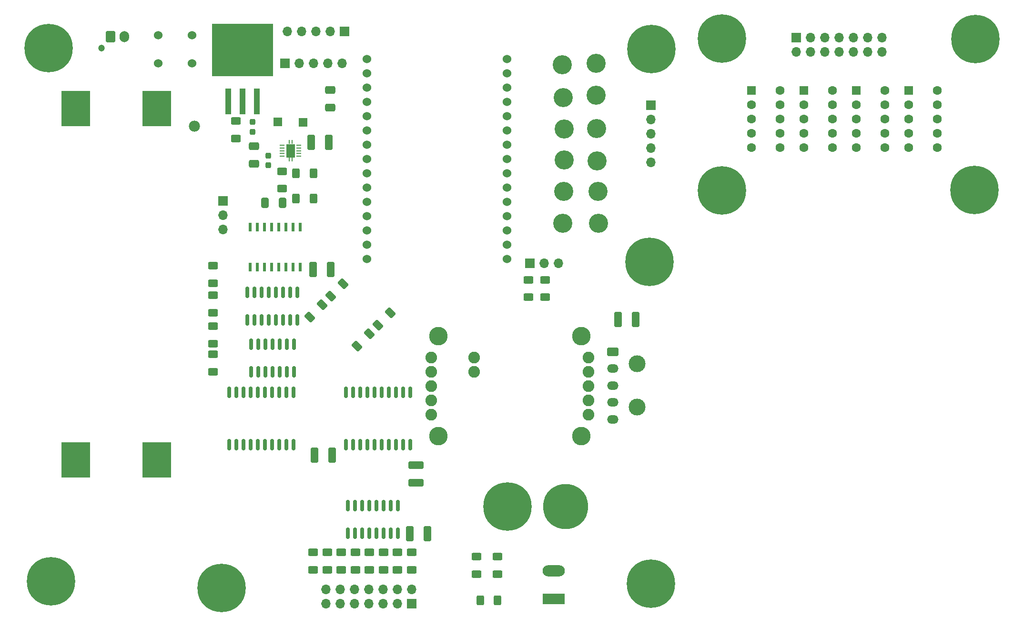
<source format=gbr>
%TF.GenerationSoftware,KiCad,Pcbnew,6.0.4-6f826c9f35~116~ubuntu20.04.1*%
%TF.CreationDate,2022-12-07T13:40:06+01:00*%
%TF.ProjectId,Salwa2,53616c77-6132-42e6-9b69-6361645f7063,rev?*%
%TF.SameCoordinates,Original*%
%TF.FileFunction,Soldermask,Top*%
%TF.FilePolarity,Negative*%
%FSLAX46Y46*%
G04 Gerber Fmt 4.6, Leading zero omitted, Abs format (unit mm)*
G04 Created by KiCad (PCBNEW 6.0.4-6f826c9f35~116~ubuntu20.04.1) date 2022-12-07 13:40:06*
%MOMM*%
%LPD*%
G01*
G04 APERTURE LIST*
G04 Aperture macros list*
%AMRoundRect*
0 Rectangle with rounded corners*
0 $1 Rounding radius*
0 $2 $3 $4 $5 $6 $7 $8 $9 X,Y pos of 4 corners*
0 Add a 4 corners polygon primitive as box body*
4,1,4,$2,$3,$4,$5,$6,$7,$8,$9,$2,$3,0*
0 Add four circle primitives for the rounded corners*
1,1,$1+$1,$2,$3*
1,1,$1+$1,$4,$5*
1,1,$1+$1,$6,$7*
1,1,$1+$1,$8,$9*
0 Add four rect primitives between the rounded corners*
20,1,$1+$1,$2,$3,$4,$5,0*
20,1,$1+$1,$4,$5,$6,$7,0*
20,1,$1+$1,$6,$7,$8,$9,0*
20,1,$1+$1,$8,$9,$2,$3,0*%
G04 Aperture macros list end*
%ADD10R,1.700000X1.700000*%
%ADD11O,1.700000X1.700000*%
%ADD12C,8.600000*%
%ADD13C,0.900000*%
%ADD14RoundRect,0.250000X-0.412500X-1.100000X0.412500X-1.100000X0.412500X1.100000X-0.412500X1.100000X0*%
%ADD15C,3.400000*%
%ADD16RoundRect,0.250000X0.625000X-0.400000X0.625000X0.400000X-0.625000X0.400000X-0.625000X-0.400000X0*%
%ADD17RoundRect,0.250000X-0.400000X-0.625000X0.400000X-0.625000X0.400000X0.625000X-0.400000X0.625000X0*%
%ADD18RoundRect,0.237500X0.237500X-0.287500X0.237500X0.287500X-0.237500X0.287500X-0.237500X-0.287500X0*%
%ADD19RoundRect,0.250000X-0.625000X0.400000X-0.625000X-0.400000X0.625000X-0.400000X0.625000X0.400000X0*%
%ADD20C,3.000000*%
%ADD21RoundRect,0.250001X-0.759999X0.499999X-0.759999X-0.499999X0.759999X-0.499999X0.759999X0.499999X0*%
%ADD22O,2.020000X1.500000*%
%ADD23R,0.600000X1.500000*%
%ADD24C,1.524000*%
%ADD25R,1.600000X1.600000*%
%ADD26RoundRect,0.250000X0.159099X-0.724784X0.724784X-0.159099X-0.159099X0.724784X-0.724784X0.159099X0*%
%ADD27R,0.850000X0.280000*%
%ADD28R,0.280000X0.700000*%
%ADD29R,1.650000X2.400000*%
%ADD30C,1.981200*%
%ADD31R,5.080000X6.350000*%
%ADD32RoundRect,0.150000X-0.150000X0.825000X-0.150000X-0.825000X0.150000X-0.825000X0.150000X0.825000X0*%
%ADD33C,1.600000*%
%ADD34RoundRect,0.250000X-0.412500X-0.650000X0.412500X-0.650000X0.412500X0.650000X-0.412500X0.650000X0*%
%ADD35C,3.302000*%
%ADD36C,2.082800*%
%ADD37RoundRect,0.237500X-0.237500X0.300000X-0.237500X-0.300000X0.237500X-0.300000X0.237500X0.300000X0*%
%ADD38R,1.100000X4.600000*%
%ADD39R,10.800000X9.400000*%
%ADD40R,3.960000X1.980000*%
%ADD41O,3.960000X1.980000*%
%ADD42RoundRect,0.250000X-1.100000X0.412500X-1.100000X-0.412500X1.100000X-0.412500X1.100000X0.412500X0*%
%ADD43RoundRect,0.150000X-0.150000X0.875000X-0.150000X-0.875000X0.150000X-0.875000X0.150000X0.875000X0*%
%ADD44C,8.000000*%
%ADD45RoundRect,0.250000X0.650000X-0.412500X0.650000X0.412500X-0.650000X0.412500X-0.650000X-0.412500X0*%
%ADD46C,1.200000*%
%ADD47RoundRect,0.250000X-0.600000X-0.750000X0.600000X-0.750000X0.600000X0.750000X-0.600000X0.750000X0*%
%ADD48O,1.700000X2.000000*%
%ADD49RoundRect,0.250000X-0.650000X0.412500X-0.650000X-0.412500X0.650000X-0.412500X0.650000X0.412500X0*%
%ADD50RoundRect,0.250000X0.400000X0.625000X-0.400000X0.625000X-0.400000X-0.625000X0.400000X-0.625000X0*%
G04 APERTURE END LIST*
D10*
%TO.C,J1*%
X119250000Y-49500000D03*
D11*
X121790000Y-49500000D03*
X124330000Y-49500000D03*
X126870000Y-49500000D03*
X129410000Y-49500000D03*
%TD*%
D10*
%TO.C,J2*%
X129790000Y-43750000D03*
D11*
X127250000Y-43750000D03*
X124710000Y-43750000D03*
X122170000Y-43750000D03*
X119630000Y-43750000D03*
%TD*%
D12*
%TO.C,H1*%
X158750000Y-128250000D03*
D13*
X156469581Y-125969581D03*
X161030419Y-130530419D03*
X161975000Y-128250000D03*
X161030419Y-125969581D03*
X156469581Y-130530419D03*
X158750000Y-125025000D03*
X155525000Y-128250000D03*
X158750000Y-131475000D03*
%TD*%
D14*
%TO.C,C6*%
X141465515Y-133141658D03*
X144590515Y-133141658D03*
%TD*%
D15*
%TO.C,TP12*%
X168750000Y-72250000D03*
%TD*%
D14*
%TO.C,C5*%
X178428600Y-94999999D03*
X181553600Y-94999999D03*
%TD*%
D15*
%TO.C,TP8*%
X174986760Y-77875300D03*
%TD*%
D16*
%TO.C,R20*%
X131750000Y-139550000D03*
X131750000Y-136450000D03*
%TD*%
D17*
%TO.C,R12*%
X121200000Y-73500000D03*
X124300000Y-73500000D03*
%TD*%
D16*
%TO.C,R22*%
X126750000Y-139550000D03*
X126750000Y-136450000D03*
%TD*%
D18*
%TO.C,D1*%
X113500000Y-61625000D03*
X113500000Y-59875000D03*
%TD*%
D19*
%TO.C,R16*%
X157000000Y-137200000D03*
X157000000Y-140300000D03*
%TD*%
D15*
%TO.C,TP2*%
X174582586Y-61034711D03*
%TD*%
D20*
%TO.C,J8*%
X181820000Y-102900000D03*
X181820000Y-110600000D03*
D21*
X177500000Y-100750000D03*
D22*
X177500000Y-103750000D03*
X177500000Y-106750000D03*
X177500000Y-109750000D03*
X177500000Y-112750000D03*
%TD*%
D23*
%TO.C,U4*%
X121973016Y-78591659D03*
X120703016Y-78591659D03*
X119433016Y-78591659D03*
X118163016Y-78591659D03*
X116893016Y-78591659D03*
X115623016Y-78591659D03*
X114353016Y-78591659D03*
X113083016Y-78591659D03*
X113083016Y-85691659D03*
X114353016Y-85691659D03*
X115623016Y-85691659D03*
X116893016Y-85691659D03*
X118163016Y-85691659D03*
X119433016Y-85691659D03*
X120703016Y-85691659D03*
X121973016Y-85691659D03*
%TD*%
D14*
%TO.C,C8*%
X123937500Y-63500000D03*
X127062500Y-63500000D03*
%TD*%
D12*
%TO.C,H12*%
X241967578Y-45108740D03*
D13*
X241967578Y-41883740D03*
X239687159Y-47389159D03*
X238742578Y-45108740D03*
X244247997Y-42828321D03*
X245192578Y-45108740D03*
X239687159Y-42828321D03*
X241967578Y-48333740D03*
X244247997Y-47389159D03*
%TD*%
D15*
%TO.C,TP4*%
X168500000Y-49750000D03*
%TD*%
%TO.C,TP10*%
X168641258Y-77893995D03*
%TD*%
D13*
%TO.C,H11*%
X199130419Y-47380419D03*
D12*
X196850000Y-45100000D03*
D13*
X193625000Y-45100000D03*
X194569581Y-47380419D03*
X199130419Y-42819581D03*
X200075000Y-45100000D03*
X194569581Y-42819581D03*
X196850000Y-48325000D03*
X196850000Y-41875000D03*
%TD*%
D12*
%TO.C,H7*%
X184000000Y-84750000D03*
D13*
X180775000Y-84750000D03*
X181719581Y-82469581D03*
X181719581Y-87030419D03*
X186280419Y-82469581D03*
X184000000Y-87975000D03*
X184000000Y-81525000D03*
X186280419Y-87030419D03*
X187225000Y-84750000D03*
%TD*%
D16*
%TO.C,R25*%
X124250000Y-139550000D03*
X124250000Y-136450000D03*
%TD*%
%TO.C,R19*%
X134250000Y-139550000D03*
X134250000Y-136450000D03*
%TD*%
D24*
%TO.C,U2*%
X158696000Y-84284000D03*
X158696000Y-81744000D03*
X158696000Y-79204000D03*
X158696000Y-76664000D03*
X158696000Y-74124000D03*
X158696000Y-71584000D03*
X158696000Y-69044000D03*
X158696000Y-66504000D03*
X158696000Y-63964000D03*
X158696000Y-61424000D03*
X158696000Y-58884000D03*
X158696000Y-56344000D03*
X158696000Y-53804000D03*
X158696000Y-51264000D03*
X158696000Y-51264000D03*
X158696000Y-48724000D03*
X133804000Y-48724000D03*
X133804000Y-51264000D03*
X133804000Y-53804000D03*
X133804000Y-56344000D03*
X133804000Y-58884000D03*
X133804000Y-61424000D03*
X133804000Y-63964000D03*
X133804000Y-66504000D03*
X133804000Y-69044000D03*
X133804000Y-71584000D03*
X133804000Y-74124000D03*
X133804000Y-76664000D03*
X133804000Y-79204000D03*
X133804000Y-81744000D03*
X133804000Y-84284000D03*
%TD*%
D15*
%TO.C,TP7*%
X174852035Y-72216862D03*
%TD*%
D10*
%TO.C,J3*%
X184250000Y-56925000D03*
D11*
X184250000Y-59465000D03*
X184250000Y-62005000D03*
X184250000Y-64545000D03*
X184250000Y-67085000D03*
%TD*%
D25*
%TO.C,L1*%
X117947278Y-59872924D03*
X122486227Y-59956859D03*
%TD*%
D13*
%TO.C,H6*%
X79980419Y-143880419D03*
X74475000Y-141600000D03*
X77700000Y-144825000D03*
D12*
X77700000Y-141600000D03*
D13*
X77700000Y-138375000D03*
X75419581Y-139319581D03*
X79980419Y-139319581D03*
X75419581Y-143880419D03*
X80925000Y-141600000D03*
%TD*%
D26*
%TO.C,R3*%
X135750000Y-96000000D03*
X137942032Y-93807968D03*
%TD*%
D27*
%TO.C,U1*%
X118775000Y-64000000D03*
X118775000Y-64500000D03*
X118775000Y-65000000D03*
X118775000Y-65500000D03*
X118775000Y-66000000D03*
X121725000Y-66000000D03*
X121725000Y-65500000D03*
X121725000Y-65000000D03*
X121725000Y-64500000D03*
X121725000Y-64000000D03*
D28*
X120500000Y-63450000D03*
D29*
X120250000Y-65000000D03*
D28*
X120500000Y-66550000D03*
X120000000Y-63450000D03*
X120000000Y-66550000D03*
%TD*%
D19*
%TO.C,R14*%
X165500000Y-87950000D03*
X165500000Y-91050000D03*
%TD*%
D26*
%TO.C,R4*%
X132037689Y-99712311D03*
X134229721Y-97520279D03*
%TD*%
D30*
%TO.C,BT1*%
X103150011Y-60670300D03*
D31*
X96449998Y-57495300D03*
X96449998Y-120004700D03*
X82050002Y-57495300D03*
X82050002Y-120004700D03*
%TD*%
D16*
%TO.C,R8*%
X106500000Y-104300000D03*
X106500000Y-101200000D03*
%TD*%
D15*
%TO.C,TP5*%
X174515224Y-55106824D03*
%TD*%
D32*
%TO.C,U6*%
X139320000Y-128075000D03*
X138050000Y-128075000D03*
X136780000Y-128075000D03*
X135510000Y-128075000D03*
X134240000Y-128075000D03*
X132970000Y-128075000D03*
X131700000Y-128075000D03*
X130430000Y-128075000D03*
X130430000Y-133025000D03*
X131700000Y-133025000D03*
X132970000Y-133025000D03*
X134240000Y-133025000D03*
X135510000Y-133025000D03*
X136780000Y-133025000D03*
X138050000Y-133025000D03*
X139320000Y-133025000D03*
%TD*%
D25*
%TO.C,U11*%
X211482500Y-54282500D03*
D33*
X211482500Y-56822500D03*
X211482500Y-59362500D03*
X211482500Y-61902500D03*
X211482500Y-64442500D03*
X216562500Y-64442500D03*
X216562500Y-61902500D03*
X216562500Y-59362500D03*
X216562500Y-56822500D03*
X216562500Y-54282500D03*
%TD*%
D16*
%TO.C,R7*%
X106500000Y-99300000D03*
X106500000Y-96200000D03*
%TD*%
D10*
%TO.C,J6*%
X141740000Y-145540000D03*
D11*
X141740000Y-143000000D03*
X139200000Y-145540000D03*
X139200000Y-143000000D03*
X136660000Y-145540000D03*
X136660000Y-143000000D03*
X134120000Y-145540000D03*
X134120000Y-143000000D03*
X131580000Y-145540000D03*
X131580000Y-143000000D03*
X129040000Y-145540000D03*
X129040000Y-143000000D03*
X126500000Y-145540000D03*
X126500000Y-143000000D03*
%TD*%
D15*
%TO.C,TP11*%
X174717311Y-66827874D03*
%TD*%
D34*
%TO.C,C3*%
X115687500Y-74250000D03*
X118812500Y-74250000D03*
%TD*%
D35*
%TO.C,U13*%
X146520000Y-115771199D03*
X171920000Y-115771199D03*
X146520000Y-97991199D03*
X171920000Y-97991199D03*
D36*
X173190000Y-111961199D03*
X173190000Y-109421199D03*
X173190000Y-106881199D03*
X173190000Y-104341199D03*
X173190000Y-101801199D03*
X145250000Y-101801199D03*
X145250000Y-104341199D03*
X145250000Y-106881199D03*
X145250000Y-109421199D03*
X145250000Y-111961199D03*
X152870000Y-104341199D03*
X152870000Y-101801199D03*
%TD*%
D19*
%TO.C,R5*%
X106500000Y-90700000D03*
X106500000Y-93800000D03*
%TD*%
D26*
%TO.C,R2*%
X123691673Y-94558327D03*
X125883705Y-92366295D03*
%TD*%
D25*
%TO.C,U12*%
X220792500Y-54282500D03*
D33*
X220792500Y-56822500D03*
X220792500Y-59362500D03*
X220792500Y-61902500D03*
X220792500Y-64442500D03*
X225872500Y-64442500D03*
X225872500Y-61902500D03*
X225872500Y-59362500D03*
X225872500Y-56822500D03*
X225872500Y-54282500D03*
%TD*%
D37*
%TO.C,C2*%
X116250000Y-65887500D03*
X116250000Y-67612500D03*
%TD*%
D25*
%TO.C,U9*%
X202172500Y-54282500D03*
D33*
X202172500Y-56822500D03*
X202172500Y-59362500D03*
X202172500Y-61902500D03*
X202172500Y-64442500D03*
X207252500Y-64442500D03*
X207252500Y-61902500D03*
X207252500Y-59362500D03*
X207252500Y-56822500D03*
X207252500Y-54282500D03*
%TD*%
D38*
%TO.C,Q1*%
X109210000Y-56275000D03*
D39*
X111750000Y-47125000D03*
D38*
X111750000Y-56275000D03*
X114290000Y-56275000D03*
%TD*%
D10*
%TO.C,J5*%
X108203972Y-73942556D03*
D11*
X108203972Y-76482556D03*
X108203972Y-79022556D03*
%TD*%
D10*
%TO.C,J4*%
X162725000Y-85000000D03*
D11*
X165265000Y-85000000D03*
X167805000Y-85000000D03*
%TD*%
D40*
%TO.C,S1*%
X167000000Y-144750000D03*
D41*
X167000000Y-139750000D03*
%TD*%
D25*
%TO.C,U10*%
X230102500Y-54282500D03*
D33*
X230102500Y-56822500D03*
X230102500Y-59362500D03*
X230102500Y-61902500D03*
X230102500Y-64442500D03*
X235182500Y-64442500D03*
X235182500Y-61902500D03*
X235182500Y-59362500D03*
X235182500Y-56822500D03*
X235182500Y-54282500D03*
%TD*%
D13*
%TO.C,H3*%
X186655419Y-44619581D03*
X187600000Y-46900000D03*
X182094581Y-49180419D03*
X184375000Y-43675000D03*
X186655419Y-49180419D03*
X181150000Y-46900000D03*
D12*
X184375000Y-46900000D03*
D13*
X182094581Y-44619581D03*
X184375000Y-50125000D03*
%TD*%
D14*
%TO.C,C10*%
X124215515Y-86141659D03*
X127340515Y-86141659D03*
%TD*%
D16*
%TO.C,R15*%
X153250000Y-140300000D03*
X153250000Y-137200000D03*
%TD*%
%TO.C,R13*%
X162500000Y-91050000D03*
X162500000Y-87950000D03*
%TD*%
D15*
%TO.C,TP9*%
X168836172Y-66621456D03*
%TD*%
D42*
%TO.C,C9*%
X142500000Y-120937500D03*
X142500000Y-124062500D03*
%TD*%
D43*
%TO.C,U3*%
X120743016Y-107991659D03*
X119473016Y-107991659D03*
X118203016Y-107991659D03*
X116933016Y-107991659D03*
X115663016Y-107991659D03*
X114393016Y-107991659D03*
X113123016Y-107991659D03*
X111853016Y-107991659D03*
X110583016Y-107991659D03*
X109313016Y-107991659D03*
X109313016Y-117291659D03*
X110583016Y-117291659D03*
X111853016Y-117291659D03*
X113123016Y-117291659D03*
X114393016Y-117291659D03*
X115663016Y-117291659D03*
X116933016Y-117291659D03*
X118203016Y-117291659D03*
X119473016Y-117291659D03*
X120743016Y-117291659D03*
%TD*%
D17*
%TO.C,R17*%
X153950000Y-145000000D03*
X157050000Y-145000000D03*
%TD*%
D26*
%TO.C,R1*%
X127403984Y-90846016D03*
X129596016Y-88653984D03*
%TD*%
D13*
%TO.C,H2*%
X167023496Y-130418552D03*
X171266136Y-130418552D03*
X166144816Y-128297232D03*
X169144816Y-125297232D03*
D44*
X169144816Y-128297232D03*
D13*
X171266136Y-126175912D03*
X169144816Y-131297232D03*
X172144816Y-128297232D03*
X167023496Y-126175912D03*
%TD*%
D15*
%TO.C,TP1*%
X174500000Y-49500000D03*
%TD*%
D13*
%TO.C,H8*%
X184300000Y-138775000D03*
X184300000Y-145225000D03*
X181075000Y-142000000D03*
X182019581Y-139719581D03*
X187525000Y-142000000D03*
X186580419Y-144280419D03*
X186580419Y-139719581D03*
X182019581Y-144280419D03*
D12*
X184300000Y-142000000D03*
%TD*%
D32*
%TO.C,U5*%
X120838015Y-99416659D03*
X119568015Y-99416659D03*
X118298015Y-99416659D03*
X117028015Y-99416659D03*
X115758015Y-99416659D03*
X114488015Y-99416659D03*
X113218015Y-99416659D03*
X113218015Y-104366659D03*
X114488015Y-104366659D03*
X115758015Y-104366659D03*
X117028015Y-104366659D03*
X118298015Y-104366659D03*
X119568015Y-104366659D03*
X120838015Y-104366659D03*
%TD*%
D13*
%TO.C,H10*%
X239494211Y-69712352D03*
D12*
X241774630Y-71992771D03*
D13*
X239494211Y-74273190D03*
X241774630Y-68767771D03*
X244055049Y-69712352D03*
X244999630Y-71992771D03*
X241774630Y-75217771D03*
X238549630Y-71992771D03*
X244055049Y-74273190D03*
%TD*%
%TO.C,H5*%
X108000000Y-139525000D03*
X104775000Y-142750000D03*
D12*
X108000000Y-142750000D03*
D13*
X111225000Y-142750000D03*
X105719581Y-145030419D03*
X108000000Y-145975000D03*
X110280419Y-145030419D03*
X105719581Y-140469581D03*
X110280419Y-140469581D03*
%TD*%
D16*
%TO.C,R21*%
X129250000Y-139550000D03*
X129250000Y-136450000D03*
%TD*%
D45*
%TO.C,C4*%
X127250000Y-57312500D03*
X127250000Y-54187500D03*
%TD*%
D24*
%TO.C,SW2*%
X102750000Y-44500000D03*
X102750000Y-49500000D03*
X96750000Y-44500000D03*
X96750000Y-49500000D03*
%TD*%
D46*
%TO.C,SW1*%
X86650000Y-46725000D03*
D47*
X88250000Y-44725000D03*
D48*
X90750000Y-44725000D03*
%TD*%
D13*
%TO.C,H4*%
X74969581Y-49030419D03*
D12*
X77250000Y-46750000D03*
D13*
X80475000Y-46750000D03*
X77250000Y-49975000D03*
X74969581Y-44469581D03*
X74025000Y-46750000D03*
X79530419Y-49030419D03*
X77250000Y-43525000D03*
X79530419Y-44469581D03*
%TD*%
D12*
%TO.C,H9*%
X196850000Y-72100000D03*
D13*
X196850000Y-75325000D03*
X194569581Y-74380419D03*
X199130419Y-69819581D03*
X200075000Y-72100000D03*
X196850000Y-68875000D03*
X194569581Y-69819581D03*
X199130419Y-74380419D03*
X193625000Y-72100000D03*
%TD*%
D15*
%TO.C,TP6*%
X168673743Y-55576317D03*
%TD*%
D16*
%TO.C,R18*%
X136750000Y-139550000D03*
X136750000Y-136450000D03*
%TD*%
D49*
%TO.C,C1*%
X113750000Y-64187500D03*
X113750000Y-67312500D03*
%TD*%
D10*
%TO.C,J7*%
X210100000Y-44850000D03*
D11*
X210100000Y-47390000D03*
X212640000Y-44850000D03*
X212640000Y-47390000D03*
X215180000Y-44850000D03*
X215180000Y-47390000D03*
X217720000Y-44850000D03*
X217720000Y-47390000D03*
X220260000Y-44850000D03*
X220260000Y-47390000D03*
X222800000Y-44850000D03*
X222800000Y-47390000D03*
X225340000Y-44850000D03*
X225340000Y-47390000D03*
%TD*%
D43*
%TO.C,U7*%
X141493015Y-107991659D03*
X140223015Y-107991659D03*
X138953015Y-107991659D03*
X137683015Y-107991659D03*
X136413015Y-107991659D03*
X135143015Y-107991659D03*
X133873015Y-107991659D03*
X132603015Y-107991659D03*
X131333015Y-107991659D03*
X130063015Y-107991659D03*
X130063015Y-117291659D03*
X131333015Y-117291659D03*
X132603015Y-117291659D03*
X133873015Y-117291659D03*
X135143015Y-117291659D03*
X136413015Y-117291659D03*
X137683015Y-117291659D03*
X138953015Y-117291659D03*
X140223015Y-117291659D03*
X141493015Y-117291659D03*
%TD*%
D16*
%TO.C,R23*%
X141750000Y-139550000D03*
X141750000Y-136450000D03*
%TD*%
D32*
%TO.C,U8*%
X121473015Y-90166658D03*
X120203015Y-90166658D03*
X118933015Y-90166658D03*
X117663015Y-90166658D03*
X116393015Y-90166658D03*
X115123015Y-90166658D03*
X113853015Y-90166658D03*
X112583015Y-90166658D03*
X112583015Y-95116658D03*
X113853015Y-95116658D03*
X115123015Y-95116658D03*
X116393015Y-95116658D03*
X117663015Y-95116658D03*
X118933015Y-95116658D03*
X120203015Y-95116658D03*
X121473015Y-95116658D03*
%TD*%
D15*
%TO.C,TP3*%
X168836172Y-61131372D03*
%TD*%
D14*
%TO.C,C7*%
X124465515Y-119141659D03*
X127590515Y-119141659D03*
%TD*%
D16*
%TO.C,R24*%
X139250000Y-139550000D03*
X139250000Y-136450000D03*
%TD*%
D19*
%TO.C,R10*%
X118750000Y-68649999D03*
X118750000Y-71749999D03*
%TD*%
D50*
%TO.C,R11*%
X124300000Y-69000000D03*
X121200000Y-69000000D03*
%TD*%
D19*
%TO.C,R6*%
X106500000Y-85450000D03*
X106500000Y-88550000D03*
%TD*%
%TO.C,R9*%
X110500000Y-59700000D03*
X110500000Y-62800000D03*
%TD*%
M02*

</source>
